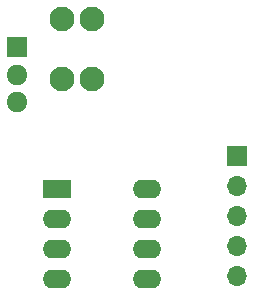
<source format=gts>
G04 #@! TF.GenerationSoftware,KiCad,Pcbnew,7.0.10*
G04 #@! TF.CreationDate,2024-02-09T12:47:37+11:00*
G04 #@! TF.ProjectId,PIC16F15214 Debugger,50494331-3646-4313-9532-313420446562,1.0-A*
G04 #@! TF.SameCoordinates,Original*
G04 #@! TF.FileFunction,Soldermask,Top*
G04 #@! TF.FilePolarity,Negative*
%FSLAX46Y46*%
G04 Gerber Fmt 4.6, Leading zero omitted, Abs format (unit mm)*
G04 Created by KiCad (PCBNEW 7.0.10) date 2024-02-09 12:47:37*
%MOMM*%
%LPD*%
G01*
G04 APERTURE LIST*
%ADD10R,1.700000X1.700000*%
%ADD11O,1.700000X1.700000*%
%ADD12R,2.400000X1.600000*%
%ADD13O,2.400000X1.600000*%
%ADD14R,1.800000X1.717500*%
%ADD15O,1.800000X1.717500*%
%ADD16C,2.100000*%
G04 APERTURE END LIST*
D10*
X154701129Y-100076000D03*
D11*
X154701129Y-102616000D03*
X154701129Y-105156000D03*
X154701129Y-107696000D03*
X154701129Y-110236000D03*
D12*
X139461129Y-102870000D03*
D13*
X139461129Y-105410000D03*
X139461129Y-107950000D03*
X139461129Y-110490000D03*
X147081129Y-110490000D03*
X147081129Y-107950000D03*
X147081129Y-105410000D03*
X147081129Y-102870000D03*
D14*
X136039129Y-90928000D03*
D15*
X136039129Y-93218000D03*
X136039129Y-95508000D03*
D16*
X139905629Y-88519000D03*
X139905629Y-93599000D03*
X142445629Y-88519000D03*
X142445629Y-93599000D03*
M02*

</source>
